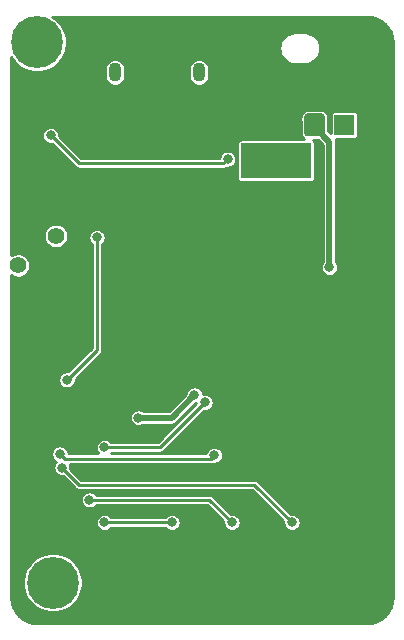
<source format=gbr>
G04 #@! TF.GenerationSoftware,KiCad,Pcbnew,(5.1.5)-3*
G04 #@! TF.CreationDate,2021-08-26T15:26:13+09:00*
G04 #@! TF.ProjectId,RemoteEmergencyKill,52656d6f-7465-4456-9d65-7267656e6379,rev?*
G04 #@! TF.SameCoordinates,Original*
G04 #@! TF.FileFunction,Copper,L2,Bot*
G04 #@! TF.FilePolarity,Positive*
%FSLAX46Y46*%
G04 Gerber Fmt 4.6, Leading zero omitted, Abs format (unit mm)*
G04 Created by KiCad (PCBNEW (5.1.5)-3) date 2021-08-26 15:26:13*
%MOMM*%
%LPD*%
G04 APERTURE LIST*
%ADD10O,1.700000X1.950000*%
%ADD11C,0.100000*%
%ADD12R,1.700000X1.700000*%
%ADD13C,4.400000*%
%ADD14C,0.700000*%
%ADD15C,1.400000*%
%ADD16O,1.100000X1.600000*%
%ADD17C,0.800000*%
%ADD18C,0.500000*%
%ADD19C,0.250000*%
%ADD20C,0.254000*%
G04 APERTURE END LIST*
D10*
X137835000Y-78105000D03*
G04 #@! TA.AperFunction,ComponentPad*
D11*
G36*
X140959504Y-77131204D02*
G01*
X140983773Y-77134804D01*
X141007571Y-77140765D01*
X141030671Y-77149030D01*
X141052849Y-77159520D01*
X141073893Y-77172133D01*
X141093598Y-77186747D01*
X141111777Y-77203223D01*
X141128253Y-77221402D01*
X141142867Y-77241107D01*
X141155480Y-77262151D01*
X141165970Y-77284329D01*
X141174235Y-77307429D01*
X141180196Y-77331227D01*
X141183796Y-77355496D01*
X141185000Y-77380000D01*
X141185000Y-78830000D01*
X141183796Y-78854504D01*
X141180196Y-78878773D01*
X141174235Y-78902571D01*
X141165970Y-78925671D01*
X141155480Y-78947849D01*
X141142867Y-78968893D01*
X141128253Y-78988598D01*
X141111777Y-79006777D01*
X141093598Y-79023253D01*
X141073893Y-79037867D01*
X141052849Y-79050480D01*
X141030671Y-79060970D01*
X141007571Y-79069235D01*
X140983773Y-79075196D01*
X140959504Y-79078796D01*
X140935000Y-79080000D01*
X139735000Y-79080000D01*
X139710496Y-79078796D01*
X139686227Y-79075196D01*
X139662429Y-79069235D01*
X139639329Y-79060970D01*
X139617151Y-79050480D01*
X139596107Y-79037867D01*
X139576402Y-79023253D01*
X139558223Y-79006777D01*
X139541747Y-78988598D01*
X139527133Y-78968893D01*
X139514520Y-78947849D01*
X139504030Y-78925671D01*
X139495765Y-78902571D01*
X139489804Y-78878773D01*
X139486204Y-78854504D01*
X139485000Y-78830000D01*
X139485000Y-77380000D01*
X139486204Y-77355496D01*
X139489804Y-77331227D01*
X139495765Y-77307429D01*
X139504030Y-77284329D01*
X139514520Y-77262151D01*
X139527133Y-77241107D01*
X139541747Y-77221402D01*
X139558223Y-77203223D01*
X139576402Y-77186747D01*
X139596107Y-77172133D01*
X139617151Y-77159520D01*
X139639329Y-77149030D01*
X139662429Y-77140765D01*
X139686227Y-77134804D01*
X139710496Y-77131204D01*
X139735000Y-77130000D01*
X140935000Y-77130000D01*
X140959504Y-77131204D01*
G37*
G04 #@! TD.AperFunction*
D12*
X142875000Y-78105000D03*
G04 #@! TA.AperFunction,SMDPad,CuDef*
D11*
G36*
X139990704Y-83640477D02*
G01*
X140000314Y-83641902D01*
X140009738Y-83644263D01*
X140018886Y-83647536D01*
X140027668Y-83651690D01*
X140036001Y-83656685D01*
X140043805Y-83662472D01*
X140051004Y-83668996D01*
X140057528Y-83676195D01*
X140063315Y-83683999D01*
X140068310Y-83692332D01*
X140072464Y-83701114D01*
X140075737Y-83710262D01*
X140078098Y-83719686D01*
X140079523Y-83729296D01*
X140080000Y-83739000D01*
X140080000Y-86541000D01*
X140079523Y-86550704D01*
X140078098Y-86560314D01*
X140075737Y-86569738D01*
X140072464Y-86578886D01*
X140068310Y-86587668D01*
X140063315Y-86596001D01*
X140057528Y-86603805D01*
X140051004Y-86611004D01*
X140043805Y-86617528D01*
X140036001Y-86623315D01*
X140027668Y-86628310D01*
X140018886Y-86632464D01*
X140009738Y-86635737D01*
X140000314Y-86638098D01*
X139990704Y-86639523D01*
X139981000Y-86640000D01*
X134179000Y-86640000D01*
X134169296Y-86639523D01*
X134159686Y-86638098D01*
X134150262Y-86635737D01*
X134141114Y-86632464D01*
X134132332Y-86628310D01*
X134123999Y-86623315D01*
X134116195Y-86617528D01*
X134108996Y-86611004D01*
X134102472Y-86603805D01*
X134096685Y-86596001D01*
X134091690Y-86587668D01*
X134087536Y-86578886D01*
X134084263Y-86569738D01*
X134081902Y-86560314D01*
X134080477Y-86550704D01*
X134080000Y-86541000D01*
X134080000Y-83739000D01*
X134080477Y-83729296D01*
X134081902Y-83719686D01*
X134084263Y-83710262D01*
X134087536Y-83701114D01*
X134091690Y-83692332D01*
X134096685Y-83683999D01*
X134102472Y-83676195D01*
X134108996Y-83668996D01*
X134116195Y-83662472D01*
X134123999Y-83656685D01*
X134132332Y-83651690D01*
X134141114Y-83647536D01*
X134150262Y-83644263D01*
X134159686Y-83641902D01*
X134169296Y-83640477D01*
X134179000Y-83640000D01*
X139981000Y-83640000D01*
X139990704Y-83640477D01*
G37*
G04 #@! TD.AperFunction*
G04 #@! TA.AperFunction,SMDPad,CuDef*
G36*
X139990704Y-79640477D02*
G01*
X140000314Y-79641902D01*
X140009738Y-79644263D01*
X140018886Y-79647536D01*
X140027668Y-79651690D01*
X140036001Y-79656685D01*
X140043805Y-79662472D01*
X140051004Y-79668996D01*
X140057528Y-79676195D01*
X140063315Y-79683999D01*
X140068310Y-79692332D01*
X140072464Y-79701114D01*
X140075737Y-79710262D01*
X140078098Y-79719686D01*
X140079523Y-79729296D01*
X140080000Y-79739000D01*
X140080000Y-82541000D01*
X140079523Y-82550704D01*
X140078098Y-82560314D01*
X140075737Y-82569738D01*
X140072464Y-82578886D01*
X140068310Y-82587668D01*
X140063315Y-82596001D01*
X140057528Y-82603805D01*
X140051004Y-82611004D01*
X140043805Y-82617528D01*
X140036001Y-82623315D01*
X140027668Y-82628310D01*
X140018886Y-82632464D01*
X140009738Y-82635737D01*
X140000314Y-82638098D01*
X139990704Y-82639523D01*
X139981000Y-82640000D01*
X134179000Y-82640000D01*
X134169296Y-82639523D01*
X134159686Y-82638098D01*
X134150262Y-82635737D01*
X134141114Y-82632464D01*
X134132332Y-82628310D01*
X134123999Y-82623315D01*
X134116195Y-82617528D01*
X134108996Y-82611004D01*
X134102472Y-82603805D01*
X134096685Y-82596001D01*
X134091690Y-82587668D01*
X134087536Y-82578886D01*
X134084263Y-82569738D01*
X134081902Y-82560314D01*
X134080477Y-82550704D01*
X134080000Y-82541000D01*
X134080000Y-79739000D01*
X134080477Y-79729296D01*
X134081902Y-79719686D01*
X134084263Y-79710262D01*
X134087536Y-79701114D01*
X134091690Y-79692332D01*
X134096685Y-79683999D01*
X134102472Y-79676195D01*
X134108996Y-79668996D01*
X134116195Y-79662472D01*
X134123999Y-79656685D01*
X134132332Y-79651690D01*
X134141114Y-79647536D01*
X134150262Y-79644263D01*
X134159686Y-79641902D01*
X134169296Y-79640477D01*
X134179000Y-79640000D01*
X139981000Y-79640000D01*
X139990704Y-79640477D01*
G37*
G04 #@! TD.AperFunction*
D13*
X118175000Y-116855000D03*
D14*
X118006726Y-69953274D03*
X116840000Y-69470000D03*
X115673274Y-69953274D03*
X115190000Y-71120000D03*
X115673274Y-72286726D03*
X116840000Y-72770000D03*
X118006726Y-72286726D03*
X118490000Y-71120000D03*
D13*
X116840000Y-71120000D03*
D15*
X118440000Y-92500000D03*
X115240000Y-90000000D03*
X118440000Y-87500000D03*
D16*
X130550000Y-73660000D03*
X123450000Y-73660000D03*
D17*
X116840000Y-74930000D03*
X119000000Y-78000000D03*
X134620000Y-73660000D03*
X143510000Y-73660000D03*
X130810000Y-91440000D03*
X133350000Y-95250000D03*
X120000000Y-86000000D03*
X116000000Y-86000000D03*
X134620000Y-89535000D03*
X132080000Y-77470000D03*
X127000000Y-71755000D03*
X122555000Y-80010000D03*
X121920000Y-74295000D03*
X126365000Y-83185000D03*
X126365000Y-75565000D03*
X116000000Y-94000000D03*
X123190000Y-104140000D03*
X121285000Y-101600000D03*
X125095000Y-95250000D03*
X134620000Y-102235000D03*
X139700000Y-104140000D03*
X139700000Y-99695000D03*
X138430000Y-94615000D03*
X145415000Y-99060000D03*
X145415000Y-104140000D03*
X145415000Y-111125000D03*
X145415000Y-93980000D03*
X145415000Y-89535000D03*
X138430000Y-90805000D03*
X124460000Y-118110000D03*
X128270000Y-117475000D03*
X130810000Y-118110000D03*
X134620000Y-118110000D03*
X138430000Y-117475000D03*
X142240000Y-118110000D03*
X117475000Y-112395000D03*
X141605000Y-110490000D03*
X136525000Y-111125000D03*
X121285000Y-114300000D03*
X116840000Y-99695000D03*
X134620000Y-81915000D03*
X125414990Y-102904990D03*
X130175000Y-100965000D03*
X118000000Y-79000000D03*
X133000000Y-81000000D03*
X141605000Y-90170000D03*
X118785168Y-105974011D03*
X131858123Y-106064933D03*
X131070000Y-101600000D03*
X122555000Y-105410000D03*
X128270000Y-111760000D03*
X122555000Y-111760000D03*
X121285000Y-109855000D03*
X133350000Y-111760000D03*
X118941563Y-107118437D03*
X138430000Y-111760000D03*
X119380000Y-99695000D03*
X121920000Y-87630000D03*
D18*
X128235010Y-102904990D02*
X130175000Y-100965000D01*
X125414990Y-102904990D02*
X128235010Y-102904990D01*
D19*
X132629999Y-81370001D02*
X133000000Y-81000000D01*
X118000000Y-79000000D02*
X120370001Y-81370001D01*
X120370001Y-81370001D02*
X132629999Y-81370001D01*
D18*
X139700000Y-77620000D02*
X141605000Y-79525000D01*
X141605000Y-79525000D02*
X141605000Y-90170000D01*
D19*
X118785168Y-105974011D02*
X119185167Y-106374010D01*
X131549046Y-106374010D02*
X131858123Y-106064933D01*
X119185167Y-106374010D02*
X131549046Y-106374010D01*
X131070000Y-101600000D02*
X127260000Y-105410000D01*
X127260000Y-105410000D02*
X122555000Y-105410000D01*
X122310305Y-111760000D02*
X122555000Y-111760000D01*
X122555000Y-111760000D02*
X128270000Y-111760000D01*
X121285000Y-109855000D02*
X127438002Y-109855000D01*
X127438002Y-109855000D02*
X131445000Y-109855000D01*
X131445000Y-109855000D02*
X133350000Y-111760000D01*
X118941563Y-107118437D02*
X120408126Y-108585000D01*
X120408126Y-108585000D02*
X135255000Y-108585000D01*
X135255000Y-108585000D02*
X138430000Y-111760000D01*
X119380000Y-99695000D02*
X121920000Y-97155000D01*
X121920000Y-97155000D02*
X121920000Y-87630000D01*
D20*
G36*
X145204654Y-68975326D02*
G01*
X145613140Y-69098655D01*
X145989888Y-69298974D01*
X146320550Y-69568657D01*
X146592535Y-69897431D01*
X146795480Y-70272769D01*
X146921657Y-70680381D01*
X146968000Y-71121308D01*
X146968001Y-118092775D01*
X146924674Y-118534659D01*
X146801346Y-118943139D01*
X146601025Y-119319889D01*
X146331346Y-119650548D01*
X146002569Y-119922535D01*
X145627231Y-120125480D01*
X145219621Y-120251657D01*
X144778692Y-120298000D01*
X116857215Y-120298000D01*
X116415341Y-120254674D01*
X116006861Y-120131346D01*
X115630111Y-119931025D01*
X115299452Y-119661346D01*
X115027465Y-119332569D01*
X114824520Y-118957231D01*
X114698343Y-118549621D01*
X114652000Y-118108692D01*
X114652000Y-116606112D01*
X115648000Y-116606112D01*
X115648000Y-117103888D01*
X115745111Y-117592099D01*
X115935602Y-118051983D01*
X116212151Y-118465869D01*
X116564131Y-118817849D01*
X116978017Y-119094398D01*
X117437901Y-119284889D01*
X117926112Y-119382000D01*
X118423888Y-119382000D01*
X118912099Y-119284889D01*
X119371983Y-119094398D01*
X119785869Y-118817849D01*
X120137849Y-118465869D01*
X120414398Y-118051983D01*
X120604889Y-117592099D01*
X120702000Y-117103888D01*
X120702000Y-116606112D01*
X120604889Y-116117901D01*
X120414398Y-115658017D01*
X120137849Y-115244131D01*
X119785869Y-114892151D01*
X119371983Y-114615602D01*
X118912099Y-114425111D01*
X118423888Y-114328000D01*
X117926112Y-114328000D01*
X117437901Y-114425111D01*
X116978017Y-114615602D01*
X116564131Y-114892151D01*
X116212151Y-115244131D01*
X115935602Y-115658017D01*
X115745111Y-116117901D01*
X115648000Y-116606112D01*
X114652000Y-116606112D01*
X114652000Y-111688397D01*
X121828000Y-111688397D01*
X121828000Y-111831603D01*
X121855938Y-111972058D01*
X121910741Y-112104364D01*
X121990302Y-112223436D01*
X122091564Y-112324698D01*
X122210636Y-112404259D01*
X122342942Y-112459062D01*
X122483397Y-112487000D01*
X122626603Y-112487000D01*
X122767058Y-112459062D01*
X122899364Y-112404259D01*
X123018436Y-112324698D01*
X123119698Y-112223436D01*
X123127339Y-112212000D01*
X127697661Y-112212000D01*
X127705302Y-112223436D01*
X127806564Y-112324698D01*
X127925636Y-112404259D01*
X128057942Y-112459062D01*
X128198397Y-112487000D01*
X128341603Y-112487000D01*
X128482058Y-112459062D01*
X128614364Y-112404259D01*
X128733436Y-112324698D01*
X128834698Y-112223436D01*
X128914259Y-112104364D01*
X128969062Y-111972058D01*
X128997000Y-111831603D01*
X128997000Y-111688397D01*
X128969062Y-111547942D01*
X128914259Y-111415636D01*
X128834698Y-111296564D01*
X128733436Y-111195302D01*
X128614364Y-111115741D01*
X128482058Y-111060938D01*
X128341603Y-111033000D01*
X128198397Y-111033000D01*
X128057942Y-111060938D01*
X127925636Y-111115741D01*
X127806564Y-111195302D01*
X127705302Y-111296564D01*
X127697661Y-111308000D01*
X123127339Y-111308000D01*
X123119698Y-111296564D01*
X123018436Y-111195302D01*
X122899364Y-111115741D01*
X122767058Y-111060938D01*
X122626603Y-111033000D01*
X122483397Y-111033000D01*
X122342942Y-111060938D01*
X122210636Y-111115741D01*
X122091564Y-111195302D01*
X121990302Y-111296564D01*
X121910741Y-111415636D01*
X121855938Y-111547942D01*
X121828000Y-111688397D01*
X114652000Y-111688397D01*
X114652000Y-109783397D01*
X120558000Y-109783397D01*
X120558000Y-109926603D01*
X120585938Y-110067058D01*
X120640741Y-110199364D01*
X120720302Y-110318436D01*
X120821564Y-110419698D01*
X120940636Y-110499259D01*
X121072942Y-110554062D01*
X121213397Y-110582000D01*
X121356603Y-110582000D01*
X121497058Y-110554062D01*
X121629364Y-110499259D01*
X121748436Y-110419698D01*
X121849698Y-110318436D01*
X121857339Y-110307000D01*
X131257777Y-110307000D01*
X132625683Y-111674907D01*
X132623000Y-111688397D01*
X132623000Y-111831603D01*
X132650938Y-111972058D01*
X132705741Y-112104364D01*
X132785302Y-112223436D01*
X132886564Y-112324698D01*
X133005636Y-112404259D01*
X133137942Y-112459062D01*
X133278397Y-112487000D01*
X133421603Y-112487000D01*
X133562058Y-112459062D01*
X133694364Y-112404259D01*
X133813436Y-112324698D01*
X133914698Y-112223436D01*
X133994259Y-112104364D01*
X134049062Y-111972058D01*
X134077000Y-111831603D01*
X134077000Y-111688397D01*
X134049062Y-111547942D01*
X133994259Y-111415636D01*
X133914698Y-111296564D01*
X133813436Y-111195302D01*
X133694364Y-111115741D01*
X133562058Y-111060938D01*
X133421603Y-111033000D01*
X133278397Y-111033000D01*
X133264907Y-111035683D01*
X131780323Y-109551100D01*
X131766159Y-109533841D01*
X131697333Y-109477357D01*
X131618810Y-109435386D01*
X131533607Y-109409540D01*
X131467205Y-109403000D01*
X131445000Y-109400813D01*
X131422795Y-109403000D01*
X121857339Y-109403000D01*
X121849698Y-109391564D01*
X121748436Y-109290302D01*
X121629364Y-109210741D01*
X121497058Y-109155938D01*
X121356603Y-109128000D01*
X121213397Y-109128000D01*
X121072942Y-109155938D01*
X120940636Y-109210741D01*
X120821564Y-109290302D01*
X120720302Y-109391564D01*
X120640741Y-109510636D01*
X120585938Y-109642942D01*
X120558000Y-109783397D01*
X114652000Y-109783397D01*
X114652000Y-105902408D01*
X118058168Y-105902408D01*
X118058168Y-106045614D01*
X118086106Y-106186069D01*
X118140909Y-106318375D01*
X118220470Y-106437447D01*
X118321732Y-106538709D01*
X118424494Y-106607372D01*
X118376865Y-106655001D01*
X118297304Y-106774073D01*
X118242501Y-106906379D01*
X118214563Y-107046834D01*
X118214563Y-107190040D01*
X118242501Y-107330495D01*
X118297304Y-107462801D01*
X118376865Y-107581873D01*
X118478127Y-107683135D01*
X118597199Y-107762696D01*
X118729505Y-107817499D01*
X118869960Y-107845437D01*
X119013166Y-107845437D01*
X119026656Y-107842754D01*
X120072811Y-108888910D01*
X120086967Y-108906159D01*
X120155793Y-108962643D01*
X120234316Y-109004614D01*
X120299688Y-109024444D01*
X120319518Y-109030460D01*
X120408125Y-109039187D01*
X120430330Y-109037000D01*
X135067777Y-109037000D01*
X137705683Y-111674908D01*
X137703000Y-111688397D01*
X137703000Y-111831603D01*
X137730938Y-111972058D01*
X137785741Y-112104364D01*
X137865302Y-112223436D01*
X137966564Y-112324698D01*
X138085636Y-112404259D01*
X138217942Y-112459062D01*
X138358397Y-112487000D01*
X138501603Y-112487000D01*
X138642058Y-112459062D01*
X138774364Y-112404259D01*
X138893436Y-112324698D01*
X138994698Y-112223436D01*
X139074259Y-112104364D01*
X139129062Y-111972058D01*
X139157000Y-111831603D01*
X139157000Y-111688397D01*
X139129062Y-111547942D01*
X139074259Y-111415636D01*
X138994698Y-111296564D01*
X138893436Y-111195302D01*
X138774364Y-111115741D01*
X138642058Y-111060938D01*
X138501603Y-111033000D01*
X138358397Y-111033000D01*
X138344908Y-111035683D01*
X135590323Y-108281100D01*
X135576159Y-108263841D01*
X135507333Y-108207357D01*
X135428810Y-108165386D01*
X135343607Y-108139540D01*
X135277205Y-108133000D01*
X135255000Y-108130813D01*
X135232795Y-108133000D01*
X120595351Y-108133000D01*
X119665880Y-107203530D01*
X119668563Y-107190040D01*
X119668563Y-107046834D01*
X119640625Y-106906379D01*
X119607335Y-106826010D01*
X131526841Y-106826010D01*
X131549046Y-106828197D01*
X131571251Y-106826010D01*
X131637653Y-106819470D01*
X131722856Y-106793624D01*
X131742428Y-106783163D01*
X131786520Y-106791933D01*
X131929726Y-106791933D01*
X132070181Y-106763995D01*
X132202487Y-106709192D01*
X132321559Y-106629631D01*
X132422821Y-106528369D01*
X132502382Y-106409297D01*
X132557185Y-106276991D01*
X132585123Y-106136536D01*
X132585123Y-105993330D01*
X132557185Y-105852875D01*
X132502382Y-105720569D01*
X132422821Y-105601497D01*
X132321559Y-105500235D01*
X132202487Y-105420674D01*
X132070181Y-105365871D01*
X131929726Y-105337933D01*
X131786520Y-105337933D01*
X131646065Y-105365871D01*
X131513759Y-105420674D01*
X131394687Y-105500235D01*
X131293425Y-105601497D01*
X131213864Y-105720569D01*
X131159061Y-105852875D01*
X131145309Y-105922010D01*
X123071124Y-105922010D01*
X123119698Y-105873436D01*
X123127339Y-105862000D01*
X127237795Y-105862000D01*
X127260000Y-105864187D01*
X127282205Y-105862000D01*
X127348607Y-105855460D01*
X127433810Y-105829614D01*
X127512333Y-105787643D01*
X127581159Y-105731159D01*
X127595323Y-105713900D01*
X130984907Y-102324317D01*
X130998397Y-102327000D01*
X131141603Y-102327000D01*
X131282058Y-102299062D01*
X131414364Y-102244259D01*
X131533436Y-102164698D01*
X131634698Y-102063436D01*
X131714259Y-101944364D01*
X131769062Y-101812058D01*
X131797000Y-101671603D01*
X131797000Y-101528397D01*
X131769062Y-101387942D01*
X131714259Y-101255636D01*
X131634698Y-101136564D01*
X131533436Y-101035302D01*
X131414364Y-100955741D01*
X131282058Y-100900938D01*
X131141603Y-100873000D01*
X130998397Y-100873000D01*
X130901766Y-100892221D01*
X130874062Y-100752942D01*
X130819259Y-100620636D01*
X130739698Y-100501564D01*
X130638436Y-100400302D01*
X130519364Y-100320741D01*
X130387058Y-100265938D01*
X130246603Y-100238000D01*
X130103397Y-100238000D01*
X129962942Y-100265938D01*
X129830636Y-100320741D01*
X129711564Y-100400302D01*
X129610302Y-100501564D01*
X129530741Y-100620636D01*
X129475938Y-100752942D01*
X129452320Y-100871678D01*
X127996009Y-102327990D01*
X125860015Y-102327990D01*
X125759354Y-102260731D01*
X125627048Y-102205928D01*
X125486593Y-102177990D01*
X125343387Y-102177990D01*
X125202932Y-102205928D01*
X125070626Y-102260731D01*
X124951554Y-102340292D01*
X124850292Y-102441554D01*
X124770731Y-102560626D01*
X124715928Y-102692932D01*
X124687990Y-102833387D01*
X124687990Y-102976593D01*
X124715928Y-103117048D01*
X124770731Y-103249354D01*
X124850292Y-103368426D01*
X124951554Y-103469688D01*
X125070626Y-103549249D01*
X125202932Y-103604052D01*
X125343387Y-103631990D01*
X125486593Y-103631990D01*
X125627048Y-103604052D01*
X125759354Y-103549249D01*
X125860015Y-103481990D01*
X128206679Y-103481990D01*
X128235010Y-103484780D01*
X128263341Y-103481990D01*
X128263346Y-103481990D01*
X128293055Y-103479064D01*
X128348121Y-103473641D01*
X128392780Y-103460093D01*
X128456886Y-103440647D01*
X128557125Y-103387069D01*
X128644984Y-103314964D01*
X128663049Y-103292952D01*
X130268322Y-101687680D01*
X130343234Y-101672779D01*
X130345683Y-101685093D01*
X127072777Y-104958000D01*
X123127339Y-104958000D01*
X123119698Y-104946564D01*
X123018436Y-104845302D01*
X122899364Y-104765741D01*
X122767058Y-104710938D01*
X122626603Y-104683000D01*
X122483397Y-104683000D01*
X122342942Y-104710938D01*
X122210636Y-104765741D01*
X122091564Y-104845302D01*
X121990302Y-104946564D01*
X121910741Y-105065636D01*
X121855938Y-105197942D01*
X121828000Y-105338397D01*
X121828000Y-105481603D01*
X121855938Y-105622058D01*
X121910741Y-105754364D01*
X121990302Y-105873436D01*
X122038876Y-105922010D01*
X119512168Y-105922010D01*
X119512168Y-105902408D01*
X119484230Y-105761953D01*
X119429427Y-105629647D01*
X119349866Y-105510575D01*
X119248604Y-105409313D01*
X119129532Y-105329752D01*
X118997226Y-105274949D01*
X118856771Y-105247011D01*
X118713565Y-105247011D01*
X118573110Y-105274949D01*
X118440804Y-105329752D01*
X118321732Y-105409313D01*
X118220470Y-105510575D01*
X118140909Y-105629647D01*
X118086106Y-105761953D01*
X118058168Y-105902408D01*
X114652000Y-105902408D01*
X114652000Y-99623397D01*
X118653000Y-99623397D01*
X118653000Y-99766603D01*
X118680938Y-99907058D01*
X118735741Y-100039364D01*
X118815302Y-100158436D01*
X118916564Y-100259698D01*
X119035636Y-100339259D01*
X119167942Y-100394062D01*
X119308397Y-100422000D01*
X119451603Y-100422000D01*
X119592058Y-100394062D01*
X119724364Y-100339259D01*
X119843436Y-100259698D01*
X119944698Y-100158436D01*
X120024259Y-100039364D01*
X120079062Y-99907058D01*
X120107000Y-99766603D01*
X120107000Y-99623397D01*
X120104317Y-99609907D01*
X122223912Y-97490313D01*
X122241159Y-97476159D01*
X122297643Y-97407333D01*
X122339614Y-97328810D01*
X122365460Y-97243607D01*
X122372000Y-97177205D01*
X122372000Y-97177204D01*
X122374187Y-97155001D01*
X122372000Y-97132798D01*
X122372000Y-88202339D01*
X122383436Y-88194698D01*
X122484698Y-88093436D01*
X122564259Y-87974364D01*
X122619062Y-87842058D01*
X122647000Y-87701603D01*
X122647000Y-87558397D01*
X122619062Y-87417942D01*
X122564259Y-87285636D01*
X122484698Y-87166564D01*
X122383436Y-87065302D01*
X122264364Y-86985741D01*
X122132058Y-86930938D01*
X121991603Y-86903000D01*
X121848397Y-86903000D01*
X121707942Y-86930938D01*
X121575636Y-86985741D01*
X121456564Y-87065302D01*
X121355302Y-87166564D01*
X121275741Y-87285636D01*
X121220938Y-87417942D01*
X121193000Y-87558397D01*
X121193000Y-87701603D01*
X121220938Y-87842058D01*
X121275741Y-87974364D01*
X121355302Y-88093436D01*
X121456564Y-88194698D01*
X121468001Y-88202340D01*
X121468000Y-96967775D01*
X119465093Y-98970683D01*
X119451603Y-98968000D01*
X119308397Y-98968000D01*
X119167942Y-98995938D01*
X119035636Y-99050741D01*
X118916564Y-99130302D01*
X118815302Y-99231564D01*
X118735741Y-99350636D01*
X118680938Y-99482942D01*
X118653000Y-99623397D01*
X114652000Y-99623397D01*
X114652000Y-90842273D01*
X114753533Y-90910115D01*
X114940435Y-90987533D01*
X115138849Y-91027000D01*
X115341151Y-91027000D01*
X115539565Y-90987533D01*
X115726467Y-90910115D01*
X115894674Y-90797723D01*
X116037723Y-90654674D01*
X116150115Y-90486467D01*
X116227533Y-90299565D01*
X116267000Y-90101151D01*
X116267000Y-89898849D01*
X116227533Y-89700435D01*
X116150115Y-89513533D01*
X116037723Y-89345326D01*
X115894674Y-89202277D01*
X115726467Y-89089885D01*
X115539565Y-89012467D01*
X115341151Y-88973000D01*
X115138849Y-88973000D01*
X114940435Y-89012467D01*
X114753533Y-89089885D01*
X114652000Y-89157727D01*
X114652000Y-87398849D01*
X117413000Y-87398849D01*
X117413000Y-87601151D01*
X117452467Y-87799565D01*
X117529885Y-87986467D01*
X117642277Y-88154674D01*
X117785326Y-88297723D01*
X117953533Y-88410115D01*
X118140435Y-88487533D01*
X118338849Y-88527000D01*
X118541151Y-88527000D01*
X118739565Y-88487533D01*
X118926467Y-88410115D01*
X119094674Y-88297723D01*
X119237723Y-88154674D01*
X119350115Y-87986467D01*
X119427533Y-87799565D01*
X119467000Y-87601151D01*
X119467000Y-87398849D01*
X119427533Y-87200435D01*
X119350115Y-87013533D01*
X119237723Y-86845326D01*
X119094674Y-86702277D01*
X118926467Y-86589885D01*
X118739565Y-86512467D01*
X118541151Y-86473000D01*
X118338849Y-86473000D01*
X118140435Y-86512467D01*
X117953533Y-86589885D01*
X117785326Y-86702277D01*
X117642277Y-86845326D01*
X117529885Y-87013533D01*
X117452467Y-87200435D01*
X117413000Y-87398849D01*
X114652000Y-87398849D01*
X114652000Y-78928397D01*
X117273000Y-78928397D01*
X117273000Y-79071603D01*
X117300938Y-79212058D01*
X117355741Y-79344364D01*
X117435302Y-79463436D01*
X117536564Y-79564698D01*
X117655636Y-79644259D01*
X117787942Y-79699062D01*
X117928397Y-79727000D01*
X118071603Y-79727000D01*
X118085093Y-79724317D01*
X120034682Y-81673906D01*
X120048842Y-81691160D01*
X120117668Y-81747644D01*
X120196191Y-81789615D01*
X120281393Y-81815461D01*
X120370001Y-81824188D01*
X120392206Y-81822001D01*
X132607794Y-81822001D01*
X132629999Y-81824188D01*
X132652204Y-81822001D01*
X132718606Y-81815461D01*
X132803809Y-81789615D01*
X132882332Y-81747644D01*
X132911566Y-81723652D01*
X132928397Y-81727000D01*
X133071603Y-81727000D01*
X133212058Y-81699062D01*
X133344364Y-81644259D01*
X133463436Y-81564698D01*
X133564698Y-81463436D01*
X133644259Y-81344364D01*
X133699062Y-81212058D01*
X133727000Y-81071603D01*
X133727000Y-80928397D01*
X133699062Y-80787942D01*
X133644259Y-80655636D01*
X133564698Y-80536564D01*
X133463436Y-80435302D01*
X133344364Y-80355741D01*
X133212058Y-80300938D01*
X133071603Y-80273000D01*
X132928397Y-80273000D01*
X132787942Y-80300938D01*
X132655636Y-80355741D01*
X132536564Y-80435302D01*
X132435302Y-80536564D01*
X132355741Y-80655636D01*
X132300938Y-80787942D01*
X132275068Y-80918001D01*
X120557225Y-80918001D01*
X119378224Y-79739000D01*
X133751418Y-79739000D01*
X133751418Y-82541000D01*
X133759634Y-82624417D01*
X133783966Y-82704629D01*
X133823479Y-82778552D01*
X133876654Y-82843346D01*
X133941448Y-82896521D01*
X134015371Y-82936034D01*
X134095583Y-82960366D01*
X134179000Y-82968582D01*
X139981000Y-82968582D01*
X140064417Y-82960366D01*
X140144629Y-82936034D01*
X140218552Y-82896521D01*
X140283346Y-82843346D01*
X140336521Y-82778552D01*
X140376034Y-82704629D01*
X140400366Y-82624417D01*
X140408582Y-82541000D01*
X140408582Y-79739000D01*
X140400366Y-79655583D01*
X140376034Y-79575371D01*
X140336521Y-79501448D01*
X140283346Y-79436654D01*
X140249140Y-79408582D01*
X140672581Y-79408582D01*
X141028000Y-79764001D01*
X141028001Y-89724974D01*
X140960741Y-89825636D01*
X140905938Y-89957942D01*
X140878000Y-90098397D01*
X140878000Y-90241603D01*
X140905938Y-90382058D01*
X140960741Y-90514364D01*
X141040302Y-90633436D01*
X141141564Y-90734698D01*
X141260636Y-90814259D01*
X141392942Y-90869062D01*
X141533397Y-90897000D01*
X141676603Y-90897000D01*
X141817058Y-90869062D01*
X141949364Y-90814259D01*
X142068436Y-90734698D01*
X142169698Y-90633436D01*
X142249259Y-90514364D01*
X142304062Y-90382058D01*
X142332000Y-90241603D01*
X142332000Y-90098397D01*
X142304062Y-89957942D01*
X142249259Y-89825636D01*
X142182000Y-89724975D01*
X142182000Y-79553331D01*
X142184790Y-79525000D01*
X142173651Y-79411888D01*
X142145665Y-79319634D01*
X142140657Y-79303124D01*
X142130212Y-79283582D01*
X143725000Y-79283582D01*
X143789103Y-79277268D01*
X143850743Y-79258570D01*
X143907550Y-79228206D01*
X143957343Y-79187343D01*
X143998206Y-79137550D01*
X144028570Y-79080743D01*
X144047268Y-79019103D01*
X144053582Y-78955000D01*
X144053582Y-77255000D01*
X144047268Y-77190897D01*
X144028570Y-77129257D01*
X143998206Y-77072450D01*
X143957343Y-77022657D01*
X143907550Y-76981794D01*
X143850743Y-76951430D01*
X143789103Y-76932732D01*
X143725000Y-76926418D01*
X142025000Y-76926418D01*
X141960897Y-76932732D01*
X141899257Y-76951430D01*
X141842450Y-76981794D01*
X141792657Y-77022657D01*
X141751794Y-77072450D01*
X141721430Y-77129257D01*
X141702732Y-77190897D01*
X141696418Y-77255000D01*
X141696418Y-78800417D01*
X141513582Y-78617581D01*
X141513582Y-77380000D01*
X141502465Y-77267124D01*
X141469540Y-77158586D01*
X141416073Y-77058557D01*
X141344119Y-76970881D01*
X141256443Y-76898927D01*
X141156414Y-76845460D01*
X141047876Y-76812535D01*
X140935000Y-76801418D01*
X139735000Y-76801418D01*
X139622124Y-76812535D01*
X139513586Y-76845460D01*
X139413557Y-76898927D01*
X139325881Y-76970881D01*
X139253927Y-77058557D01*
X139200460Y-77158586D01*
X139167535Y-77267124D01*
X139156418Y-77380000D01*
X139156418Y-77424251D01*
X139131349Y-77506889D01*
X139120210Y-77620000D01*
X139131349Y-77733111D01*
X139156418Y-77815749D01*
X139156418Y-78830000D01*
X139167535Y-78942876D01*
X139200460Y-79051414D01*
X139253927Y-79151443D01*
X139325881Y-79239119D01*
X139413557Y-79311073D01*
X139414202Y-79311418D01*
X134179000Y-79311418D01*
X134095583Y-79319634D01*
X134015371Y-79343966D01*
X133941448Y-79383479D01*
X133876654Y-79436654D01*
X133823479Y-79501448D01*
X133783966Y-79575371D01*
X133759634Y-79655583D01*
X133751418Y-79739000D01*
X119378224Y-79739000D01*
X118724317Y-79085093D01*
X118727000Y-79071603D01*
X118727000Y-78928397D01*
X118699062Y-78787942D01*
X118644259Y-78655636D01*
X118564698Y-78536564D01*
X118463436Y-78435302D01*
X118344364Y-78355741D01*
X118212058Y-78300938D01*
X118071603Y-78273000D01*
X117928397Y-78273000D01*
X117787942Y-78300938D01*
X117655636Y-78355741D01*
X117536564Y-78435302D01*
X117435302Y-78536564D01*
X117355741Y-78655636D01*
X117300938Y-78787942D01*
X117273000Y-78928397D01*
X114652000Y-78928397D01*
X114652000Y-72393906D01*
X114877151Y-72730869D01*
X115229131Y-73082849D01*
X115643017Y-73359398D01*
X116102901Y-73549889D01*
X116591112Y-73647000D01*
X117088888Y-73647000D01*
X117577099Y-73549889D01*
X118018818Y-73366922D01*
X122573000Y-73366922D01*
X122573000Y-73953079D01*
X122585690Y-74081922D01*
X122635838Y-74247237D01*
X122717274Y-74399592D01*
X122826868Y-74533133D01*
X122960409Y-74642727D01*
X123112764Y-74724162D01*
X123278079Y-74774310D01*
X123450000Y-74791243D01*
X123621922Y-74774310D01*
X123787237Y-74724162D01*
X123939592Y-74642727D01*
X124073133Y-74533133D01*
X124182727Y-74399592D01*
X124264162Y-74247237D01*
X124314310Y-74081922D01*
X124327000Y-73953079D01*
X124327000Y-73366922D01*
X129673000Y-73366922D01*
X129673000Y-73953079D01*
X129685690Y-74081922D01*
X129735838Y-74247237D01*
X129817274Y-74399592D01*
X129926868Y-74533133D01*
X130060409Y-74642727D01*
X130212764Y-74724162D01*
X130378079Y-74774310D01*
X130550000Y-74791243D01*
X130721922Y-74774310D01*
X130887237Y-74724162D01*
X131039592Y-74642727D01*
X131173133Y-74533133D01*
X131282727Y-74399592D01*
X131364162Y-74247237D01*
X131414310Y-74081922D01*
X131427000Y-73953079D01*
X131427000Y-73366921D01*
X131414310Y-73238078D01*
X131364162Y-73072763D01*
X131282727Y-72920408D01*
X131173133Y-72786867D01*
X131039591Y-72677273D01*
X130887236Y-72595838D01*
X130721921Y-72545690D01*
X130550000Y-72528757D01*
X130378078Y-72545690D01*
X130212763Y-72595838D01*
X130060408Y-72677273D01*
X129926867Y-72786867D01*
X129817273Y-72920409D01*
X129735838Y-73072764D01*
X129685690Y-73238079D01*
X129673000Y-73366922D01*
X124327000Y-73366922D01*
X124327000Y-73366921D01*
X124314310Y-73238078D01*
X124264162Y-73072763D01*
X124182727Y-72920408D01*
X124073133Y-72786867D01*
X123939591Y-72677273D01*
X123787236Y-72595838D01*
X123621921Y-72545690D01*
X123450000Y-72528757D01*
X123278078Y-72545690D01*
X123112763Y-72595838D01*
X122960408Y-72677273D01*
X122826867Y-72786867D01*
X122717273Y-72920409D01*
X122635838Y-73072764D01*
X122585690Y-73238079D01*
X122573000Y-73366922D01*
X118018818Y-73366922D01*
X118036983Y-73359398D01*
X118450869Y-73082849D01*
X118802849Y-72730869D01*
X119079398Y-72316983D01*
X119269889Y-71857099D01*
X119320034Y-71605000D01*
X137351580Y-71605000D01*
X137377201Y-71865137D01*
X137453081Y-72115278D01*
X137576302Y-72345808D01*
X137742130Y-72547870D01*
X137944192Y-72713698D01*
X138174722Y-72836919D01*
X138424863Y-72912799D01*
X138619816Y-72932000D01*
X139550184Y-72932000D01*
X139745137Y-72912799D01*
X139995278Y-72836919D01*
X140225808Y-72713698D01*
X140427870Y-72547870D01*
X140593698Y-72345808D01*
X140716919Y-72115278D01*
X140792799Y-71865137D01*
X140818420Y-71605000D01*
X140792799Y-71344863D01*
X140716919Y-71094722D01*
X140593698Y-70864192D01*
X140427870Y-70662130D01*
X140225808Y-70496302D01*
X139995278Y-70373081D01*
X139745137Y-70297201D01*
X139550184Y-70278000D01*
X138619816Y-70278000D01*
X138424863Y-70297201D01*
X138174722Y-70373081D01*
X137944192Y-70496302D01*
X137742130Y-70662130D01*
X137576302Y-70864192D01*
X137453081Y-71094722D01*
X137377201Y-71344863D01*
X137351580Y-71605000D01*
X119320034Y-71605000D01*
X119367000Y-71368888D01*
X119367000Y-70871112D01*
X119269889Y-70382901D01*
X119079398Y-69923017D01*
X118802849Y-69509131D01*
X118450869Y-69157151D01*
X118113906Y-68932000D01*
X144762785Y-68932000D01*
X145204654Y-68975326D01*
G37*
X145204654Y-68975326D02*
X145613140Y-69098655D01*
X145989888Y-69298974D01*
X146320550Y-69568657D01*
X146592535Y-69897431D01*
X146795480Y-70272769D01*
X146921657Y-70680381D01*
X146968000Y-71121308D01*
X146968001Y-118092775D01*
X146924674Y-118534659D01*
X146801346Y-118943139D01*
X146601025Y-119319889D01*
X146331346Y-119650548D01*
X146002569Y-119922535D01*
X145627231Y-120125480D01*
X145219621Y-120251657D01*
X144778692Y-120298000D01*
X116857215Y-120298000D01*
X116415341Y-120254674D01*
X116006861Y-120131346D01*
X115630111Y-119931025D01*
X115299452Y-119661346D01*
X115027465Y-119332569D01*
X114824520Y-118957231D01*
X114698343Y-118549621D01*
X114652000Y-118108692D01*
X114652000Y-116606112D01*
X115648000Y-116606112D01*
X115648000Y-117103888D01*
X115745111Y-117592099D01*
X115935602Y-118051983D01*
X116212151Y-118465869D01*
X116564131Y-118817849D01*
X116978017Y-119094398D01*
X117437901Y-119284889D01*
X117926112Y-119382000D01*
X118423888Y-119382000D01*
X118912099Y-119284889D01*
X119371983Y-119094398D01*
X119785869Y-118817849D01*
X120137849Y-118465869D01*
X120414398Y-118051983D01*
X120604889Y-117592099D01*
X120702000Y-117103888D01*
X120702000Y-116606112D01*
X120604889Y-116117901D01*
X120414398Y-115658017D01*
X120137849Y-115244131D01*
X119785869Y-114892151D01*
X119371983Y-114615602D01*
X118912099Y-114425111D01*
X118423888Y-114328000D01*
X117926112Y-114328000D01*
X117437901Y-114425111D01*
X116978017Y-114615602D01*
X116564131Y-114892151D01*
X116212151Y-115244131D01*
X115935602Y-115658017D01*
X115745111Y-116117901D01*
X115648000Y-116606112D01*
X114652000Y-116606112D01*
X114652000Y-111688397D01*
X121828000Y-111688397D01*
X121828000Y-111831603D01*
X121855938Y-111972058D01*
X121910741Y-112104364D01*
X121990302Y-112223436D01*
X122091564Y-112324698D01*
X122210636Y-112404259D01*
X122342942Y-112459062D01*
X122483397Y-112487000D01*
X122626603Y-112487000D01*
X122767058Y-112459062D01*
X122899364Y-112404259D01*
X123018436Y-112324698D01*
X123119698Y-112223436D01*
X123127339Y-112212000D01*
X127697661Y-112212000D01*
X127705302Y-112223436D01*
X127806564Y-112324698D01*
X127925636Y-112404259D01*
X128057942Y-112459062D01*
X128198397Y-112487000D01*
X128341603Y-112487000D01*
X128482058Y-112459062D01*
X128614364Y-112404259D01*
X128733436Y-112324698D01*
X128834698Y-112223436D01*
X128914259Y-112104364D01*
X128969062Y-111972058D01*
X128997000Y-111831603D01*
X128997000Y-111688397D01*
X128969062Y-111547942D01*
X128914259Y-111415636D01*
X128834698Y-111296564D01*
X128733436Y-111195302D01*
X128614364Y-111115741D01*
X128482058Y-111060938D01*
X128341603Y-111033000D01*
X128198397Y-111033000D01*
X128057942Y-111060938D01*
X127925636Y-111115741D01*
X127806564Y-111195302D01*
X127705302Y-111296564D01*
X127697661Y-111308000D01*
X123127339Y-111308000D01*
X123119698Y-111296564D01*
X123018436Y-111195302D01*
X122899364Y-111115741D01*
X122767058Y-111060938D01*
X122626603Y-111033000D01*
X122483397Y-111033000D01*
X122342942Y-111060938D01*
X122210636Y-111115741D01*
X122091564Y-111195302D01*
X121990302Y-111296564D01*
X121910741Y-111415636D01*
X121855938Y-111547942D01*
X121828000Y-111688397D01*
X114652000Y-111688397D01*
X114652000Y-109783397D01*
X120558000Y-109783397D01*
X120558000Y-109926603D01*
X120585938Y-110067058D01*
X120640741Y-110199364D01*
X120720302Y-110318436D01*
X120821564Y-110419698D01*
X120940636Y-110499259D01*
X121072942Y-110554062D01*
X121213397Y-110582000D01*
X121356603Y-110582000D01*
X121497058Y-110554062D01*
X121629364Y-110499259D01*
X121748436Y-110419698D01*
X121849698Y-110318436D01*
X121857339Y-110307000D01*
X131257777Y-110307000D01*
X132625683Y-111674907D01*
X132623000Y-111688397D01*
X132623000Y-111831603D01*
X132650938Y-111972058D01*
X132705741Y-112104364D01*
X132785302Y-112223436D01*
X132886564Y-112324698D01*
X133005636Y-112404259D01*
X133137942Y-112459062D01*
X133278397Y-112487000D01*
X133421603Y-112487000D01*
X133562058Y-112459062D01*
X133694364Y-112404259D01*
X133813436Y-112324698D01*
X133914698Y-112223436D01*
X133994259Y-112104364D01*
X134049062Y-111972058D01*
X134077000Y-111831603D01*
X134077000Y-111688397D01*
X134049062Y-111547942D01*
X133994259Y-111415636D01*
X133914698Y-111296564D01*
X133813436Y-111195302D01*
X133694364Y-111115741D01*
X133562058Y-111060938D01*
X133421603Y-111033000D01*
X133278397Y-111033000D01*
X133264907Y-111035683D01*
X131780323Y-109551100D01*
X131766159Y-109533841D01*
X131697333Y-109477357D01*
X131618810Y-109435386D01*
X131533607Y-109409540D01*
X131467205Y-109403000D01*
X131445000Y-109400813D01*
X131422795Y-109403000D01*
X121857339Y-109403000D01*
X121849698Y-109391564D01*
X121748436Y-109290302D01*
X121629364Y-109210741D01*
X121497058Y-109155938D01*
X121356603Y-109128000D01*
X121213397Y-109128000D01*
X121072942Y-109155938D01*
X120940636Y-109210741D01*
X120821564Y-109290302D01*
X120720302Y-109391564D01*
X120640741Y-109510636D01*
X120585938Y-109642942D01*
X120558000Y-109783397D01*
X114652000Y-109783397D01*
X114652000Y-105902408D01*
X118058168Y-105902408D01*
X118058168Y-106045614D01*
X118086106Y-106186069D01*
X118140909Y-106318375D01*
X118220470Y-106437447D01*
X118321732Y-106538709D01*
X118424494Y-106607372D01*
X118376865Y-106655001D01*
X118297304Y-106774073D01*
X118242501Y-106906379D01*
X118214563Y-107046834D01*
X118214563Y-107190040D01*
X118242501Y-107330495D01*
X118297304Y-107462801D01*
X118376865Y-107581873D01*
X118478127Y-107683135D01*
X118597199Y-107762696D01*
X118729505Y-107817499D01*
X118869960Y-107845437D01*
X119013166Y-107845437D01*
X119026656Y-107842754D01*
X120072811Y-108888910D01*
X120086967Y-108906159D01*
X120155793Y-108962643D01*
X120234316Y-109004614D01*
X120299688Y-109024444D01*
X120319518Y-109030460D01*
X120408125Y-109039187D01*
X120430330Y-109037000D01*
X135067777Y-109037000D01*
X137705683Y-111674908D01*
X137703000Y-111688397D01*
X137703000Y-111831603D01*
X137730938Y-111972058D01*
X137785741Y-112104364D01*
X137865302Y-112223436D01*
X137966564Y-112324698D01*
X138085636Y-112404259D01*
X138217942Y-112459062D01*
X138358397Y-112487000D01*
X138501603Y-112487000D01*
X138642058Y-112459062D01*
X138774364Y-112404259D01*
X138893436Y-112324698D01*
X138994698Y-112223436D01*
X139074259Y-112104364D01*
X139129062Y-111972058D01*
X139157000Y-111831603D01*
X139157000Y-111688397D01*
X139129062Y-111547942D01*
X139074259Y-111415636D01*
X138994698Y-111296564D01*
X138893436Y-111195302D01*
X138774364Y-111115741D01*
X138642058Y-111060938D01*
X138501603Y-111033000D01*
X138358397Y-111033000D01*
X138344908Y-111035683D01*
X135590323Y-108281100D01*
X135576159Y-108263841D01*
X135507333Y-108207357D01*
X135428810Y-108165386D01*
X135343607Y-108139540D01*
X135277205Y-108133000D01*
X135255000Y-108130813D01*
X135232795Y-108133000D01*
X120595351Y-108133000D01*
X119665880Y-107203530D01*
X119668563Y-107190040D01*
X119668563Y-107046834D01*
X119640625Y-106906379D01*
X119607335Y-106826010D01*
X131526841Y-106826010D01*
X131549046Y-106828197D01*
X131571251Y-106826010D01*
X131637653Y-106819470D01*
X131722856Y-106793624D01*
X131742428Y-106783163D01*
X131786520Y-106791933D01*
X131929726Y-106791933D01*
X132070181Y-106763995D01*
X132202487Y-106709192D01*
X132321559Y-106629631D01*
X132422821Y-106528369D01*
X132502382Y-106409297D01*
X132557185Y-106276991D01*
X132585123Y-106136536D01*
X132585123Y-105993330D01*
X132557185Y-105852875D01*
X132502382Y-105720569D01*
X132422821Y-105601497D01*
X132321559Y-105500235D01*
X132202487Y-105420674D01*
X132070181Y-105365871D01*
X131929726Y-105337933D01*
X131786520Y-105337933D01*
X131646065Y-105365871D01*
X131513759Y-105420674D01*
X131394687Y-105500235D01*
X131293425Y-105601497D01*
X131213864Y-105720569D01*
X131159061Y-105852875D01*
X131145309Y-105922010D01*
X123071124Y-105922010D01*
X123119698Y-105873436D01*
X123127339Y-105862000D01*
X127237795Y-105862000D01*
X127260000Y-105864187D01*
X127282205Y-105862000D01*
X127348607Y-105855460D01*
X127433810Y-105829614D01*
X127512333Y-105787643D01*
X127581159Y-105731159D01*
X127595323Y-105713900D01*
X130984907Y-102324317D01*
X130998397Y-102327000D01*
X131141603Y-102327000D01*
X131282058Y-102299062D01*
X131414364Y-102244259D01*
X131533436Y-102164698D01*
X131634698Y-102063436D01*
X131714259Y-101944364D01*
X131769062Y-101812058D01*
X131797000Y-101671603D01*
X131797000Y-101528397D01*
X131769062Y-101387942D01*
X131714259Y-101255636D01*
X131634698Y-101136564D01*
X131533436Y-101035302D01*
X131414364Y-100955741D01*
X131282058Y-100900938D01*
X131141603Y-100873000D01*
X130998397Y-100873000D01*
X130901766Y-100892221D01*
X130874062Y-100752942D01*
X130819259Y-100620636D01*
X130739698Y-100501564D01*
X130638436Y-100400302D01*
X130519364Y-100320741D01*
X130387058Y-100265938D01*
X130246603Y-100238000D01*
X130103397Y-100238000D01*
X129962942Y-100265938D01*
X129830636Y-100320741D01*
X129711564Y-100400302D01*
X129610302Y-100501564D01*
X129530741Y-100620636D01*
X129475938Y-100752942D01*
X129452320Y-100871678D01*
X127996009Y-102327990D01*
X125860015Y-102327990D01*
X125759354Y-102260731D01*
X125627048Y-102205928D01*
X125486593Y-102177990D01*
X125343387Y-102177990D01*
X125202932Y-102205928D01*
X125070626Y-102260731D01*
X124951554Y-102340292D01*
X124850292Y-102441554D01*
X124770731Y-102560626D01*
X124715928Y-102692932D01*
X124687990Y-102833387D01*
X124687990Y-102976593D01*
X124715928Y-103117048D01*
X124770731Y-103249354D01*
X124850292Y-103368426D01*
X124951554Y-103469688D01*
X125070626Y-103549249D01*
X125202932Y-103604052D01*
X125343387Y-103631990D01*
X125486593Y-103631990D01*
X125627048Y-103604052D01*
X125759354Y-103549249D01*
X125860015Y-103481990D01*
X128206679Y-103481990D01*
X128235010Y-103484780D01*
X128263341Y-103481990D01*
X128263346Y-103481990D01*
X128293055Y-103479064D01*
X128348121Y-103473641D01*
X128392780Y-103460093D01*
X128456886Y-103440647D01*
X128557125Y-103387069D01*
X128644984Y-103314964D01*
X128663049Y-103292952D01*
X130268322Y-101687680D01*
X130343234Y-101672779D01*
X130345683Y-101685093D01*
X127072777Y-104958000D01*
X123127339Y-104958000D01*
X123119698Y-104946564D01*
X123018436Y-104845302D01*
X122899364Y-104765741D01*
X122767058Y-104710938D01*
X122626603Y-104683000D01*
X122483397Y-104683000D01*
X122342942Y-104710938D01*
X122210636Y-104765741D01*
X122091564Y-104845302D01*
X121990302Y-104946564D01*
X121910741Y-105065636D01*
X121855938Y-105197942D01*
X121828000Y-105338397D01*
X121828000Y-105481603D01*
X121855938Y-105622058D01*
X121910741Y-105754364D01*
X121990302Y-105873436D01*
X122038876Y-105922010D01*
X119512168Y-105922010D01*
X119512168Y-105902408D01*
X119484230Y-105761953D01*
X119429427Y-105629647D01*
X119349866Y-105510575D01*
X119248604Y-105409313D01*
X119129532Y-105329752D01*
X118997226Y-105274949D01*
X118856771Y-105247011D01*
X118713565Y-105247011D01*
X118573110Y-105274949D01*
X118440804Y-105329752D01*
X118321732Y-105409313D01*
X118220470Y-105510575D01*
X118140909Y-105629647D01*
X118086106Y-105761953D01*
X118058168Y-105902408D01*
X114652000Y-105902408D01*
X114652000Y-99623397D01*
X118653000Y-99623397D01*
X118653000Y-99766603D01*
X118680938Y-99907058D01*
X118735741Y-100039364D01*
X118815302Y-100158436D01*
X118916564Y-100259698D01*
X119035636Y-100339259D01*
X119167942Y-100394062D01*
X119308397Y-100422000D01*
X119451603Y-100422000D01*
X119592058Y-100394062D01*
X119724364Y-100339259D01*
X119843436Y-100259698D01*
X119944698Y-100158436D01*
X120024259Y-100039364D01*
X120079062Y-99907058D01*
X120107000Y-99766603D01*
X120107000Y-99623397D01*
X120104317Y-99609907D01*
X122223912Y-97490313D01*
X122241159Y-97476159D01*
X122297643Y-97407333D01*
X122339614Y-97328810D01*
X122365460Y-97243607D01*
X122372000Y-97177205D01*
X122372000Y-97177204D01*
X122374187Y-97155001D01*
X122372000Y-97132798D01*
X122372000Y-88202339D01*
X122383436Y-88194698D01*
X122484698Y-88093436D01*
X122564259Y-87974364D01*
X122619062Y-87842058D01*
X122647000Y-87701603D01*
X122647000Y-87558397D01*
X122619062Y-87417942D01*
X122564259Y-87285636D01*
X122484698Y-87166564D01*
X122383436Y-87065302D01*
X122264364Y-86985741D01*
X122132058Y-86930938D01*
X121991603Y-86903000D01*
X121848397Y-86903000D01*
X121707942Y-86930938D01*
X121575636Y-86985741D01*
X121456564Y-87065302D01*
X121355302Y-87166564D01*
X121275741Y-87285636D01*
X121220938Y-87417942D01*
X121193000Y-87558397D01*
X121193000Y-87701603D01*
X121220938Y-87842058D01*
X121275741Y-87974364D01*
X121355302Y-88093436D01*
X121456564Y-88194698D01*
X121468001Y-88202340D01*
X121468000Y-96967775D01*
X119465093Y-98970683D01*
X119451603Y-98968000D01*
X119308397Y-98968000D01*
X119167942Y-98995938D01*
X119035636Y-99050741D01*
X118916564Y-99130302D01*
X118815302Y-99231564D01*
X118735741Y-99350636D01*
X118680938Y-99482942D01*
X118653000Y-99623397D01*
X114652000Y-99623397D01*
X114652000Y-90842273D01*
X114753533Y-90910115D01*
X114940435Y-90987533D01*
X115138849Y-91027000D01*
X115341151Y-91027000D01*
X115539565Y-90987533D01*
X115726467Y-90910115D01*
X115894674Y-90797723D01*
X116037723Y-90654674D01*
X116150115Y-90486467D01*
X116227533Y-90299565D01*
X116267000Y-90101151D01*
X116267000Y-89898849D01*
X116227533Y-89700435D01*
X116150115Y-89513533D01*
X116037723Y-89345326D01*
X115894674Y-89202277D01*
X115726467Y-89089885D01*
X115539565Y-89012467D01*
X115341151Y-88973000D01*
X115138849Y-88973000D01*
X114940435Y-89012467D01*
X114753533Y-89089885D01*
X114652000Y-89157727D01*
X114652000Y-87398849D01*
X117413000Y-87398849D01*
X117413000Y-87601151D01*
X117452467Y-87799565D01*
X117529885Y-87986467D01*
X117642277Y-88154674D01*
X117785326Y-88297723D01*
X117953533Y-88410115D01*
X118140435Y-88487533D01*
X118338849Y-88527000D01*
X118541151Y-88527000D01*
X118739565Y-88487533D01*
X118926467Y-88410115D01*
X119094674Y-88297723D01*
X119237723Y-88154674D01*
X119350115Y-87986467D01*
X119427533Y-87799565D01*
X119467000Y-87601151D01*
X119467000Y-87398849D01*
X119427533Y-87200435D01*
X119350115Y-87013533D01*
X119237723Y-86845326D01*
X119094674Y-86702277D01*
X118926467Y-86589885D01*
X118739565Y-86512467D01*
X118541151Y-86473000D01*
X118338849Y-86473000D01*
X118140435Y-86512467D01*
X117953533Y-86589885D01*
X117785326Y-86702277D01*
X117642277Y-86845326D01*
X117529885Y-87013533D01*
X117452467Y-87200435D01*
X117413000Y-87398849D01*
X114652000Y-87398849D01*
X114652000Y-78928397D01*
X117273000Y-78928397D01*
X117273000Y-79071603D01*
X117300938Y-79212058D01*
X117355741Y-79344364D01*
X117435302Y-79463436D01*
X117536564Y-79564698D01*
X117655636Y-79644259D01*
X117787942Y-79699062D01*
X117928397Y-79727000D01*
X118071603Y-79727000D01*
X118085093Y-79724317D01*
X120034682Y-81673906D01*
X120048842Y-81691160D01*
X120117668Y-81747644D01*
X120196191Y-81789615D01*
X120281393Y-81815461D01*
X120370001Y-81824188D01*
X120392206Y-81822001D01*
X132607794Y-81822001D01*
X132629999Y-81824188D01*
X132652204Y-81822001D01*
X132718606Y-81815461D01*
X132803809Y-81789615D01*
X132882332Y-81747644D01*
X132911566Y-81723652D01*
X132928397Y-81727000D01*
X133071603Y-81727000D01*
X133212058Y-81699062D01*
X133344364Y-81644259D01*
X133463436Y-81564698D01*
X133564698Y-81463436D01*
X133644259Y-81344364D01*
X133699062Y-81212058D01*
X133727000Y-81071603D01*
X133727000Y-80928397D01*
X133699062Y-80787942D01*
X133644259Y-80655636D01*
X133564698Y-80536564D01*
X133463436Y-80435302D01*
X133344364Y-80355741D01*
X133212058Y-80300938D01*
X133071603Y-80273000D01*
X132928397Y-80273000D01*
X132787942Y-80300938D01*
X132655636Y-80355741D01*
X132536564Y-80435302D01*
X132435302Y-80536564D01*
X132355741Y-80655636D01*
X132300938Y-80787942D01*
X132275068Y-80918001D01*
X120557225Y-80918001D01*
X119378224Y-79739000D01*
X133751418Y-79739000D01*
X133751418Y-82541000D01*
X133759634Y-82624417D01*
X133783966Y-82704629D01*
X133823479Y-82778552D01*
X133876654Y-82843346D01*
X133941448Y-82896521D01*
X134015371Y-82936034D01*
X134095583Y-82960366D01*
X134179000Y-82968582D01*
X139981000Y-82968582D01*
X140064417Y-82960366D01*
X140144629Y-82936034D01*
X140218552Y-82896521D01*
X140283346Y-82843346D01*
X140336521Y-82778552D01*
X140376034Y-82704629D01*
X140400366Y-82624417D01*
X140408582Y-82541000D01*
X140408582Y-79739000D01*
X140400366Y-79655583D01*
X140376034Y-79575371D01*
X140336521Y-79501448D01*
X140283346Y-79436654D01*
X140249140Y-79408582D01*
X140672581Y-79408582D01*
X141028000Y-79764001D01*
X141028001Y-89724974D01*
X140960741Y-89825636D01*
X140905938Y-89957942D01*
X140878000Y-90098397D01*
X140878000Y-90241603D01*
X140905938Y-90382058D01*
X140960741Y-90514364D01*
X141040302Y-90633436D01*
X141141564Y-90734698D01*
X141260636Y-90814259D01*
X141392942Y-90869062D01*
X141533397Y-90897000D01*
X141676603Y-90897000D01*
X141817058Y-90869062D01*
X141949364Y-90814259D01*
X142068436Y-90734698D01*
X142169698Y-90633436D01*
X142249259Y-90514364D01*
X142304062Y-90382058D01*
X142332000Y-90241603D01*
X142332000Y-90098397D01*
X142304062Y-89957942D01*
X142249259Y-89825636D01*
X142182000Y-89724975D01*
X142182000Y-79553331D01*
X142184790Y-79525000D01*
X142173651Y-79411888D01*
X142145665Y-79319634D01*
X142140657Y-79303124D01*
X142130212Y-79283582D01*
X143725000Y-79283582D01*
X143789103Y-79277268D01*
X143850743Y-79258570D01*
X143907550Y-79228206D01*
X143957343Y-79187343D01*
X143998206Y-79137550D01*
X144028570Y-79080743D01*
X144047268Y-79019103D01*
X144053582Y-78955000D01*
X144053582Y-77255000D01*
X144047268Y-77190897D01*
X144028570Y-77129257D01*
X143998206Y-77072450D01*
X143957343Y-77022657D01*
X143907550Y-76981794D01*
X143850743Y-76951430D01*
X143789103Y-76932732D01*
X143725000Y-76926418D01*
X142025000Y-76926418D01*
X141960897Y-76932732D01*
X141899257Y-76951430D01*
X141842450Y-76981794D01*
X141792657Y-77022657D01*
X141751794Y-77072450D01*
X141721430Y-77129257D01*
X141702732Y-77190897D01*
X141696418Y-77255000D01*
X141696418Y-78800417D01*
X141513582Y-78617581D01*
X141513582Y-77380000D01*
X141502465Y-77267124D01*
X141469540Y-77158586D01*
X141416073Y-77058557D01*
X141344119Y-76970881D01*
X141256443Y-76898927D01*
X141156414Y-76845460D01*
X141047876Y-76812535D01*
X140935000Y-76801418D01*
X139735000Y-76801418D01*
X139622124Y-76812535D01*
X139513586Y-76845460D01*
X139413557Y-76898927D01*
X139325881Y-76970881D01*
X139253927Y-77058557D01*
X139200460Y-77158586D01*
X139167535Y-77267124D01*
X139156418Y-77380000D01*
X139156418Y-77424251D01*
X139131349Y-77506889D01*
X139120210Y-77620000D01*
X139131349Y-77733111D01*
X139156418Y-77815749D01*
X139156418Y-78830000D01*
X139167535Y-78942876D01*
X139200460Y-79051414D01*
X139253927Y-79151443D01*
X139325881Y-79239119D01*
X139413557Y-79311073D01*
X139414202Y-79311418D01*
X134179000Y-79311418D01*
X134095583Y-79319634D01*
X134015371Y-79343966D01*
X133941448Y-79383479D01*
X133876654Y-79436654D01*
X133823479Y-79501448D01*
X133783966Y-79575371D01*
X133759634Y-79655583D01*
X133751418Y-79739000D01*
X119378224Y-79739000D01*
X118724317Y-79085093D01*
X118727000Y-79071603D01*
X118727000Y-78928397D01*
X118699062Y-78787942D01*
X118644259Y-78655636D01*
X118564698Y-78536564D01*
X118463436Y-78435302D01*
X118344364Y-78355741D01*
X118212058Y-78300938D01*
X118071603Y-78273000D01*
X117928397Y-78273000D01*
X117787942Y-78300938D01*
X117655636Y-78355741D01*
X117536564Y-78435302D01*
X117435302Y-78536564D01*
X117355741Y-78655636D01*
X117300938Y-78787942D01*
X117273000Y-78928397D01*
X114652000Y-78928397D01*
X114652000Y-72393906D01*
X114877151Y-72730869D01*
X115229131Y-73082849D01*
X115643017Y-73359398D01*
X116102901Y-73549889D01*
X116591112Y-73647000D01*
X117088888Y-73647000D01*
X117577099Y-73549889D01*
X118018818Y-73366922D01*
X122573000Y-73366922D01*
X122573000Y-73953079D01*
X122585690Y-74081922D01*
X122635838Y-74247237D01*
X122717274Y-74399592D01*
X122826868Y-74533133D01*
X122960409Y-74642727D01*
X123112764Y-74724162D01*
X123278079Y-74774310D01*
X123450000Y-74791243D01*
X123621922Y-74774310D01*
X123787237Y-74724162D01*
X123939592Y-74642727D01*
X124073133Y-74533133D01*
X124182727Y-74399592D01*
X124264162Y-74247237D01*
X124314310Y-74081922D01*
X124327000Y-73953079D01*
X124327000Y-73366922D01*
X129673000Y-73366922D01*
X129673000Y-73953079D01*
X129685690Y-74081922D01*
X129735838Y-74247237D01*
X129817274Y-74399592D01*
X129926868Y-74533133D01*
X130060409Y-74642727D01*
X130212764Y-74724162D01*
X130378079Y-74774310D01*
X130550000Y-74791243D01*
X130721922Y-74774310D01*
X130887237Y-74724162D01*
X131039592Y-74642727D01*
X131173133Y-74533133D01*
X131282727Y-74399592D01*
X131364162Y-74247237D01*
X131414310Y-74081922D01*
X131427000Y-73953079D01*
X131427000Y-73366921D01*
X131414310Y-73238078D01*
X131364162Y-73072763D01*
X131282727Y-72920408D01*
X131173133Y-72786867D01*
X131039591Y-72677273D01*
X130887236Y-72595838D01*
X130721921Y-72545690D01*
X130550000Y-72528757D01*
X130378078Y-72545690D01*
X130212763Y-72595838D01*
X130060408Y-72677273D01*
X129926867Y-72786867D01*
X129817273Y-72920409D01*
X129735838Y-73072764D01*
X129685690Y-73238079D01*
X129673000Y-73366922D01*
X124327000Y-73366922D01*
X124327000Y-73366921D01*
X124314310Y-73238078D01*
X124264162Y-73072763D01*
X124182727Y-72920408D01*
X124073133Y-72786867D01*
X123939591Y-72677273D01*
X123787236Y-72595838D01*
X123621921Y-72545690D01*
X123450000Y-72528757D01*
X123278078Y-72545690D01*
X123112763Y-72595838D01*
X122960408Y-72677273D01*
X122826867Y-72786867D01*
X122717273Y-72920409D01*
X122635838Y-73072764D01*
X122585690Y-73238079D01*
X122573000Y-73366922D01*
X118018818Y-73366922D01*
X118036983Y-73359398D01*
X118450869Y-73082849D01*
X118802849Y-72730869D01*
X119079398Y-72316983D01*
X119269889Y-71857099D01*
X119320034Y-71605000D01*
X137351580Y-71605000D01*
X137377201Y-71865137D01*
X137453081Y-72115278D01*
X137576302Y-72345808D01*
X137742130Y-72547870D01*
X137944192Y-72713698D01*
X138174722Y-72836919D01*
X138424863Y-72912799D01*
X138619816Y-72932000D01*
X139550184Y-72932000D01*
X139745137Y-72912799D01*
X139995278Y-72836919D01*
X140225808Y-72713698D01*
X140427870Y-72547870D01*
X140593698Y-72345808D01*
X140716919Y-72115278D01*
X140792799Y-71865137D01*
X140818420Y-71605000D01*
X140792799Y-71344863D01*
X140716919Y-71094722D01*
X140593698Y-70864192D01*
X140427870Y-70662130D01*
X140225808Y-70496302D01*
X139995278Y-70373081D01*
X139745137Y-70297201D01*
X139550184Y-70278000D01*
X138619816Y-70278000D01*
X138424863Y-70297201D01*
X138174722Y-70373081D01*
X137944192Y-70496302D01*
X137742130Y-70662130D01*
X137576302Y-70864192D01*
X137453081Y-71094722D01*
X137377201Y-71344863D01*
X137351580Y-71605000D01*
X119320034Y-71605000D01*
X119367000Y-71368888D01*
X119367000Y-70871112D01*
X119269889Y-70382901D01*
X119079398Y-69923017D01*
X118802849Y-69509131D01*
X118450869Y-69157151D01*
X118113906Y-68932000D01*
X144762785Y-68932000D01*
X145204654Y-68975326D01*
M02*

</source>
